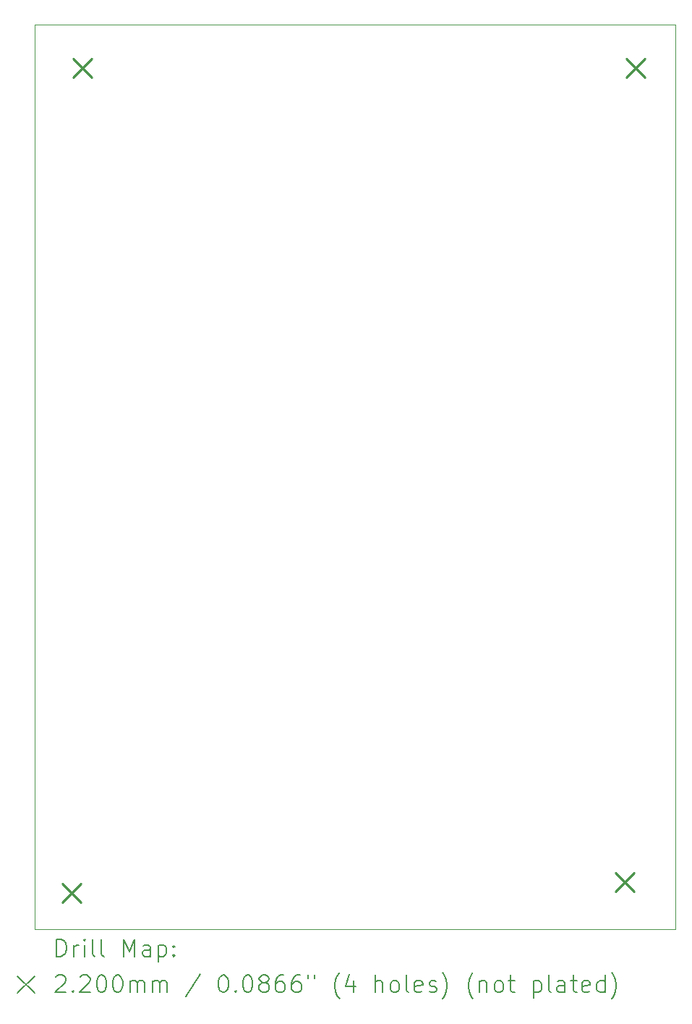
<source format=gbr>
%TF.GenerationSoftware,KiCad,Pcbnew,8.0.3*%
%TF.CreationDate,2025-07-28T20:13:37+02:00*%
%TF.ProjectId,DC_minni,44435f6d-696e-46e6-992e-6b696361645f,rev?*%
%TF.SameCoordinates,Original*%
%TF.FileFunction,Drillmap*%
%TF.FilePolarity,Positive*%
%FSLAX45Y45*%
G04 Gerber Fmt 4.5, Leading zero omitted, Abs format (unit mm)*
G04 Created by KiCad (PCBNEW 8.0.3) date 2025-07-28 20:13:37*
%MOMM*%
%LPD*%
G01*
G04 APERTURE LIST*
%ADD10C,0.038100*%
%ADD11C,0.200000*%
%ADD12C,0.220000*%
G04 APERTURE END LIST*
D10*
X27265000Y-7490000D02*
X19762500Y-7490000D01*
X27265000Y-18080000D02*
X27265000Y-7490000D01*
X19762500Y-18080000D02*
X27265000Y-18080000D01*
X19762500Y-7490000D02*
X19762500Y-18080000D01*
D11*
D12*
X20083000Y-17543000D02*
X20303000Y-17763000D01*
X20303000Y-17543000D02*
X20083000Y-17763000D01*
X20210000Y-7891000D02*
X20430000Y-8111000D01*
X20430000Y-7891000D02*
X20210000Y-8111000D01*
X26560000Y-17416000D02*
X26780000Y-17636000D01*
X26780000Y-17416000D02*
X26560000Y-17636000D01*
X26687000Y-7891000D02*
X26907000Y-8111000D01*
X26907000Y-7891000D02*
X26687000Y-8111000D01*
D11*
X20021372Y-18393389D02*
X20021372Y-18193389D01*
X20021372Y-18193389D02*
X20068991Y-18193389D01*
X20068991Y-18193389D02*
X20097562Y-18202913D01*
X20097562Y-18202913D02*
X20116610Y-18221960D01*
X20116610Y-18221960D02*
X20126134Y-18241008D01*
X20126134Y-18241008D02*
X20135658Y-18279103D01*
X20135658Y-18279103D02*
X20135658Y-18307675D01*
X20135658Y-18307675D02*
X20126134Y-18345770D01*
X20126134Y-18345770D02*
X20116610Y-18364817D01*
X20116610Y-18364817D02*
X20097562Y-18383865D01*
X20097562Y-18383865D02*
X20068991Y-18393389D01*
X20068991Y-18393389D02*
X20021372Y-18393389D01*
X20221372Y-18393389D02*
X20221372Y-18260055D01*
X20221372Y-18298151D02*
X20230896Y-18279103D01*
X20230896Y-18279103D02*
X20240419Y-18269579D01*
X20240419Y-18269579D02*
X20259467Y-18260055D01*
X20259467Y-18260055D02*
X20278515Y-18260055D01*
X20345181Y-18393389D02*
X20345181Y-18260055D01*
X20345181Y-18193389D02*
X20335658Y-18202913D01*
X20335658Y-18202913D02*
X20345181Y-18212436D01*
X20345181Y-18212436D02*
X20354705Y-18202913D01*
X20354705Y-18202913D02*
X20345181Y-18193389D01*
X20345181Y-18193389D02*
X20345181Y-18212436D01*
X20468991Y-18393389D02*
X20449943Y-18383865D01*
X20449943Y-18383865D02*
X20440419Y-18364817D01*
X20440419Y-18364817D02*
X20440419Y-18193389D01*
X20573753Y-18393389D02*
X20554705Y-18383865D01*
X20554705Y-18383865D02*
X20545181Y-18364817D01*
X20545181Y-18364817D02*
X20545181Y-18193389D01*
X20802324Y-18393389D02*
X20802324Y-18193389D01*
X20802324Y-18193389D02*
X20868991Y-18336246D01*
X20868991Y-18336246D02*
X20935658Y-18193389D01*
X20935658Y-18193389D02*
X20935658Y-18393389D01*
X21116610Y-18393389D02*
X21116610Y-18288627D01*
X21116610Y-18288627D02*
X21107086Y-18269579D01*
X21107086Y-18269579D02*
X21088039Y-18260055D01*
X21088039Y-18260055D02*
X21049943Y-18260055D01*
X21049943Y-18260055D02*
X21030896Y-18269579D01*
X21116610Y-18383865D02*
X21097562Y-18393389D01*
X21097562Y-18393389D02*
X21049943Y-18393389D01*
X21049943Y-18393389D02*
X21030896Y-18383865D01*
X21030896Y-18383865D02*
X21021372Y-18364817D01*
X21021372Y-18364817D02*
X21021372Y-18345770D01*
X21021372Y-18345770D02*
X21030896Y-18326722D01*
X21030896Y-18326722D02*
X21049943Y-18317198D01*
X21049943Y-18317198D02*
X21097562Y-18317198D01*
X21097562Y-18317198D02*
X21116610Y-18307675D01*
X21211848Y-18260055D02*
X21211848Y-18460055D01*
X21211848Y-18269579D02*
X21230896Y-18260055D01*
X21230896Y-18260055D02*
X21268991Y-18260055D01*
X21268991Y-18260055D02*
X21288039Y-18269579D01*
X21288039Y-18269579D02*
X21297562Y-18279103D01*
X21297562Y-18279103D02*
X21307086Y-18298151D01*
X21307086Y-18298151D02*
X21307086Y-18355294D01*
X21307086Y-18355294D02*
X21297562Y-18374341D01*
X21297562Y-18374341D02*
X21288039Y-18383865D01*
X21288039Y-18383865D02*
X21268991Y-18393389D01*
X21268991Y-18393389D02*
X21230896Y-18393389D01*
X21230896Y-18393389D02*
X21211848Y-18383865D01*
X21392800Y-18374341D02*
X21402324Y-18383865D01*
X21402324Y-18383865D02*
X21392800Y-18393389D01*
X21392800Y-18393389D02*
X21383277Y-18383865D01*
X21383277Y-18383865D02*
X21392800Y-18374341D01*
X21392800Y-18374341D02*
X21392800Y-18393389D01*
X21392800Y-18269579D02*
X21402324Y-18279103D01*
X21402324Y-18279103D02*
X21392800Y-18288627D01*
X21392800Y-18288627D02*
X21383277Y-18279103D01*
X21383277Y-18279103D02*
X21392800Y-18269579D01*
X21392800Y-18269579D02*
X21392800Y-18288627D01*
X19560595Y-18621905D02*
X19760595Y-18821905D01*
X19760595Y-18621905D02*
X19560595Y-18821905D01*
X20011848Y-18632436D02*
X20021372Y-18622913D01*
X20021372Y-18622913D02*
X20040419Y-18613389D01*
X20040419Y-18613389D02*
X20088039Y-18613389D01*
X20088039Y-18613389D02*
X20107086Y-18622913D01*
X20107086Y-18622913D02*
X20116610Y-18632436D01*
X20116610Y-18632436D02*
X20126134Y-18651484D01*
X20126134Y-18651484D02*
X20126134Y-18670532D01*
X20126134Y-18670532D02*
X20116610Y-18699103D01*
X20116610Y-18699103D02*
X20002324Y-18813389D01*
X20002324Y-18813389D02*
X20126134Y-18813389D01*
X20211848Y-18794341D02*
X20221372Y-18803865D01*
X20221372Y-18803865D02*
X20211848Y-18813389D01*
X20211848Y-18813389D02*
X20202324Y-18803865D01*
X20202324Y-18803865D02*
X20211848Y-18794341D01*
X20211848Y-18794341D02*
X20211848Y-18813389D01*
X20297562Y-18632436D02*
X20307086Y-18622913D01*
X20307086Y-18622913D02*
X20326134Y-18613389D01*
X20326134Y-18613389D02*
X20373753Y-18613389D01*
X20373753Y-18613389D02*
X20392800Y-18622913D01*
X20392800Y-18622913D02*
X20402324Y-18632436D01*
X20402324Y-18632436D02*
X20411848Y-18651484D01*
X20411848Y-18651484D02*
X20411848Y-18670532D01*
X20411848Y-18670532D02*
X20402324Y-18699103D01*
X20402324Y-18699103D02*
X20288039Y-18813389D01*
X20288039Y-18813389D02*
X20411848Y-18813389D01*
X20535658Y-18613389D02*
X20554705Y-18613389D01*
X20554705Y-18613389D02*
X20573753Y-18622913D01*
X20573753Y-18622913D02*
X20583277Y-18632436D01*
X20583277Y-18632436D02*
X20592800Y-18651484D01*
X20592800Y-18651484D02*
X20602324Y-18689579D01*
X20602324Y-18689579D02*
X20602324Y-18737198D01*
X20602324Y-18737198D02*
X20592800Y-18775294D01*
X20592800Y-18775294D02*
X20583277Y-18794341D01*
X20583277Y-18794341D02*
X20573753Y-18803865D01*
X20573753Y-18803865D02*
X20554705Y-18813389D01*
X20554705Y-18813389D02*
X20535658Y-18813389D01*
X20535658Y-18813389D02*
X20516610Y-18803865D01*
X20516610Y-18803865D02*
X20507086Y-18794341D01*
X20507086Y-18794341D02*
X20497562Y-18775294D01*
X20497562Y-18775294D02*
X20488039Y-18737198D01*
X20488039Y-18737198D02*
X20488039Y-18689579D01*
X20488039Y-18689579D02*
X20497562Y-18651484D01*
X20497562Y-18651484D02*
X20507086Y-18632436D01*
X20507086Y-18632436D02*
X20516610Y-18622913D01*
X20516610Y-18622913D02*
X20535658Y-18613389D01*
X20726134Y-18613389D02*
X20745181Y-18613389D01*
X20745181Y-18613389D02*
X20764229Y-18622913D01*
X20764229Y-18622913D02*
X20773753Y-18632436D01*
X20773753Y-18632436D02*
X20783277Y-18651484D01*
X20783277Y-18651484D02*
X20792800Y-18689579D01*
X20792800Y-18689579D02*
X20792800Y-18737198D01*
X20792800Y-18737198D02*
X20783277Y-18775294D01*
X20783277Y-18775294D02*
X20773753Y-18794341D01*
X20773753Y-18794341D02*
X20764229Y-18803865D01*
X20764229Y-18803865D02*
X20745181Y-18813389D01*
X20745181Y-18813389D02*
X20726134Y-18813389D01*
X20726134Y-18813389D02*
X20707086Y-18803865D01*
X20707086Y-18803865D02*
X20697562Y-18794341D01*
X20697562Y-18794341D02*
X20688039Y-18775294D01*
X20688039Y-18775294D02*
X20678515Y-18737198D01*
X20678515Y-18737198D02*
X20678515Y-18689579D01*
X20678515Y-18689579D02*
X20688039Y-18651484D01*
X20688039Y-18651484D02*
X20697562Y-18632436D01*
X20697562Y-18632436D02*
X20707086Y-18622913D01*
X20707086Y-18622913D02*
X20726134Y-18613389D01*
X20878515Y-18813389D02*
X20878515Y-18680055D01*
X20878515Y-18699103D02*
X20888039Y-18689579D01*
X20888039Y-18689579D02*
X20907086Y-18680055D01*
X20907086Y-18680055D02*
X20935658Y-18680055D01*
X20935658Y-18680055D02*
X20954705Y-18689579D01*
X20954705Y-18689579D02*
X20964229Y-18708627D01*
X20964229Y-18708627D02*
X20964229Y-18813389D01*
X20964229Y-18708627D02*
X20973753Y-18689579D01*
X20973753Y-18689579D02*
X20992800Y-18680055D01*
X20992800Y-18680055D02*
X21021372Y-18680055D01*
X21021372Y-18680055D02*
X21040420Y-18689579D01*
X21040420Y-18689579D02*
X21049943Y-18708627D01*
X21049943Y-18708627D02*
X21049943Y-18813389D01*
X21145181Y-18813389D02*
X21145181Y-18680055D01*
X21145181Y-18699103D02*
X21154705Y-18689579D01*
X21154705Y-18689579D02*
X21173753Y-18680055D01*
X21173753Y-18680055D02*
X21202324Y-18680055D01*
X21202324Y-18680055D02*
X21221372Y-18689579D01*
X21221372Y-18689579D02*
X21230896Y-18708627D01*
X21230896Y-18708627D02*
X21230896Y-18813389D01*
X21230896Y-18708627D02*
X21240420Y-18689579D01*
X21240420Y-18689579D02*
X21259467Y-18680055D01*
X21259467Y-18680055D02*
X21288039Y-18680055D01*
X21288039Y-18680055D02*
X21307086Y-18689579D01*
X21307086Y-18689579D02*
X21316610Y-18708627D01*
X21316610Y-18708627D02*
X21316610Y-18813389D01*
X21707086Y-18603865D02*
X21535658Y-18861008D01*
X21964229Y-18613389D02*
X21983277Y-18613389D01*
X21983277Y-18613389D02*
X22002324Y-18622913D01*
X22002324Y-18622913D02*
X22011848Y-18632436D01*
X22011848Y-18632436D02*
X22021372Y-18651484D01*
X22021372Y-18651484D02*
X22030896Y-18689579D01*
X22030896Y-18689579D02*
X22030896Y-18737198D01*
X22030896Y-18737198D02*
X22021372Y-18775294D01*
X22021372Y-18775294D02*
X22011848Y-18794341D01*
X22011848Y-18794341D02*
X22002324Y-18803865D01*
X22002324Y-18803865D02*
X21983277Y-18813389D01*
X21983277Y-18813389D02*
X21964229Y-18813389D01*
X21964229Y-18813389D02*
X21945182Y-18803865D01*
X21945182Y-18803865D02*
X21935658Y-18794341D01*
X21935658Y-18794341D02*
X21926134Y-18775294D01*
X21926134Y-18775294D02*
X21916610Y-18737198D01*
X21916610Y-18737198D02*
X21916610Y-18689579D01*
X21916610Y-18689579D02*
X21926134Y-18651484D01*
X21926134Y-18651484D02*
X21935658Y-18632436D01*
X21935658Y-18632436D02*
X21945182Y-18622913D01*
X21945182Y-18622913D02*
X21964229Y-18613389D01*
X22116610Y-18794341D02*
X22126134Y-18803865D01*
X22126134Y-18803865D02*
X22116610Y-18813389D01*
X22116610Y-18813389D02*
X22107086Y-18803865D01*
X22107086Y-18803865D02*
X22116610Y-18794341D01*
X22116610Y-18794341D02*
X22116610Y-18813389D01*
X22249943Y-18613389D02*
X22268991Y-18613389D01*
X22268991Y-18613389D02*
X22288039Y-18622913D01*
X22288039Y-18622913D02*
X22297563Y-18632436D01*
X22297563Y-18632436D02*
X22307086Y-18651484D01*
X22307086Y-18651484D02*
X22316610Y-18689579D01*
X22316610Y-18689579D02*
X22316610Y-18737198D01*
X22316610Y-18737198D02*
X22307086Y-18775294D01*
X22307086Y-18775294D02*
X22297563Y-18794341D01*
X22297563Y-18794341D02*
X22288039Y-18803865D01*
X22288039Y-18803865D02*
X22268991Y-18813389D01*
X22268991Y-18813389D02*
X22249943Y-18813389D01*
X22249943Y-18813389D02*
X22230896Y-18803865D01*
X22230896Y-18803865D02*
X22221372Y-18794341D01*
X22221372Y-18794341D02*
X22211848Y-18775294D01*
X22211848Y-18775294D02*
X22202324Y-18737198D01*
X22202324Y-18737198D02*
X22202324Y-18689579D01*
X22202324Y-18689579D02*
X22211848Y-18651484D01*
X22211848Y-18651484D02*
X22221372Y-18632436D01*
X22221372Y-18632436D02*
X22230896Y-18622913D01*
X22230896Y-18622913D02*
X22249943Y-18613389D01*
X22430896Y-18699103D02*
X22411848Y-18689579D01*
X22411848Y-18689579D02*
X22402324Y-18680055D01*
X22402324Y-18680055D02*
X22392801Y-18661008D01*
X22392801Y-18661008D02*
X22392801Y-18651484D01*
X22392801Y-18651484D02*
X22402324Y-18632436D01*
X22402324Y-18632436D02*
X22411848Y-18622913D01*
X22411848Y-18622913D02*
X22430896Y-18613389D01*
X22430896Y-18613389D02*
X22468991Y-18613389D01*
X22468991Y-18613389D02*
X22488039Y-18622913D01*
X22488039Y-18622913D02*
X22497562Y-18632436D01*
X22497562Y-18632436D02*
X22507086Y-18651484D01*
X22507086Y-18651484D02*
X22507086Y-18661008D01*
X22507086Y-18661008D02*
X22497562Y-18680055D01*
X22497562Y-18680055D02*
X22488039Y-18689579D01*
X22488039Y-18689579D02*
X22468991Y-18699103D01*
X22468991Y-18699103D02*
X22430896Y-18699103D01*
X22430896Y-18699103D02*
X22411848Y-18708627D01*
X22411848Y-18708627D02*
X22402324Y-18718151D01*
X22402324Y-18718151D02*
X22392801Y-18737198D01*
X22392801Y-18737198D02*
X22392801Y-18775294D01*
X22392801Y-18775294D02*
X22402324Y-18794341D01*
X22402324Y-18794341D02*
X22411848Y-18803865D01*
X22411848Y-18803865D02*
X22430896Y-18813389D01*
X22430896Y-18813389D02*
X22468991Y-18813389D01*
X22468991Y-18813389D02*
X22488039Y-18803865D01*
X22488039Y-18803865D02*
X22497562Y-18794341D01*
X22497562Y-18794341D02*
X22507086Y-18775294D01*
X22507086Y-18775294D02*
X22507086Y-18737198D01*
X22507086Y-18737198D02*
X22497562Y-18718151D01*
X22497562Y-18718151D02*
X22488039Y-18708627D01*
X22488039Y-18708627D02*
X22468991Y-18699103D01*
X22678515Y-18613389D02*
X22640420Y-18613389D01*
X22640420Y-18613389D02*
X22621372Y-18622913D01*
X22621372Y-18622913D02*
X22611848Y-18632436D01*
X22611848Y-18632436D02*
X22592801Y-18661008D01*
X22592801Y-18661008D02*
X22583277Y-18699103D01*
X22583277Y-18699103D02*
X22583277Y-18775294D01*
X22583277Y-18775294D02*
X22592801Y-18794341D01*
X22592801Y-18794341D02*
X22602324Y-18803865D01*
X22602324Y-18803865D02*
X22621372Y-18813389D01*
X22621372Y-18813389D02*
X22659467Y-18813389D01*
X22659467Y-18813389D02*
X22678515Y-18803865D01*
X22678515Y-18803865D02*
X22688039Y-18794341D01*
X22688039Y-18794341D02*
X22697562Y-18775294D01*
X22697562Y-18775294D02*
X22697562Y-18727675D01*
X22697562Y-18727675D02*
X22688039Y-18708627D01*
X22688039Y-18708627D02*
X22678515Y-18699103D01*
X22678515Y-18699103D02*
X22659467Y-18689579D01*
X22659467Y-18689579D02*
X22621372Y-18689579D01*
X22621372Y-18689579D02*
X22602324Y-18699103D01*
X22602324Y-18699103D02*
X22592801Y-18708627D01*
X22592801Y-18708627D02*
X22583277Y-18727675D01*
X22868991Y-18613389D02*
X22830896Y-18613389D01*
X22830896Y-18613389D02*
X22811848Y-18622913D01*
X22811848Y-18622913D02*
X22802324Y-18632436D01*
X22802324Y-18632436D02*
X22783277Y-18661008D01*
X22783277Y-18661008D02*
X22773753Y-18699103D01*
X22773753Y-18699103D02*
X22773753Y-18775294D01*
X22773753Y-18775294D02*
X22783277Y-18794341D01*
X22783277Y-18794341D02*
X22792801Y-18803865D01*
X22792801Y-18803865D02*
X22811848Y-18813389D01*
X22811848Y-18813389D02*
X22849943Y-18813389D01*
X22849943Y-18813389D02*
X22868991Y-18803865D01*
X22868991Y-18803865D02*
X22878515Y-18794341D01*
X22878515Y-18794341D02*
X22888039Y-18775294D01*
X22888039Y-18775294D02*
X22888039Y-18727675D01*
X22888039Y-18727675D02*
X22878515Y-18708627D01*
X22878515Y-18708627D02*
X22868991Y-18699103D01*
X22868991Y-18699103D02*
X22849943Y-18689579D01*
X22849943Y-18689579D02*
X22811848Y-18689579D01*
X22811848Y-18689579D02*
X22792801Y-18699103D01*
X22792801Y-18699103D02*
X22783277Y-18708627D01*
X22783277Y-18708627D02*
X22773753Y-18727675D01*
X22964229Y-18613389D02*
X22964229Y-18651484D01*
X23040420Y-18613389D02*
X23040420Y-18651484D01*
X23335658Y-18889579D02*
X23326134Y-18880055D01*
X23326134Y-18880055D02*
X23307086Y-18851484D01*
X23307086Y-18851484D02*
X23297563Y-18832436D01*
X23297563Y-18832436D02*
X23288039Y-18803865D01*
X23288039Y-18803865D02*
X23278515Y-18756246D01*
X23278515Y-18756246D02*
X23278515Y-18718151D01*
X23278515Y-18718151D02*
X23288039Y-18670532D01*
X23288039Y-18670532D02*
X23297563Y-18641960D01*
X23297563Y-18641960D02*
X23307086Y-18622913D01*
X23307086Y-18622913D02*
X23326134Y-18594341D01*
X23326134Y-18594341D02*
X23335658Y-18584817D01*
X23497563Y-18680055D02*
X23497563Y-18813389D01*
X23449943Y-18603865D02*
X23402324Y-18746722D01*
X23402324Y-18746722D02*
X23526134Y-18746722D01*
X23754705Y-18813389D02*
X23754705Y-18613389D01*
X23840420Y-18813389D02*
X23840420Y-18708627D01*
X23840420Y-18708627D02*
X23830896Y-18689579D01*
X23830896Y-18689579D02*
X23811848Y-18680055D01*
X23811848Y-18680055D02*
X23783277Y-18680055D01*
X23783277Y-18680055D02*
X23764229Y-18689579D01*
X23764229Y-18689579D02*
X23754705Y-18699103D01*
X23964229Y-18813389D02*
X23945182Y-18803865D01*
X23945182Y-18803865D02*
X23935658Y-18794341D01*
X23935658Y-18794341D02*
X23926134Y-18775294D01*
X23926134Y-18775294D02*
X23926134Y-18718151D01*
X23926134Y-18718151D02*
X23935658Y-18699103D01*
X23935658Y-18699103D02*
X23945182Y-18689579D01*
X23945182Y-18689579D02*
X23964229Y-18680055D01*
X23964229Y-18680055D02*
X23992801Y-18680055D01*
X23992801Y-18680055D02*
X24011848Y-18689579D01*
X24011848Y-18689579D02*
X24021372Y-18699103D01*
X24021372Y-18699103D02*
X24030896Y-18718151D01*
X24030896Y-18718151D02*
X24030896Y-18775294D01*
X24030896Y-18775294D02*
X24021372Y-18794341D01*
X24021372Y-18794341D02*
X24011848Y-18803865D01*
X24011848Y-18803865D02*
X23992801Y-18813389D01*
X23992801Y-18813389D02*
X23964229Y-18813389D01*
X24145182Y-18813389D02*
X24126134Y-18803865D01*
X24126134Y-18803865D02*
X24116610Y-18784817D01*
X24116610Y-18784817D02*
X24116610Y-18613389D01*
X24297563Y-18803865D02*
X24278515Y-18813389D01*
X24278515Y-18813389D02*
X24240420Y-18813389D01*
X24240420Y-18813389D02*
X24221372Y-18803865D01*
X24221372Y-18803865D02*
X24211848Y-18784817D01*
X24211848Y-18784817D02*
X24211848Y-18708627D01*
X24211848Y-18708627D02*
X24221372Y-18689579D01*
X24221372Y-18689579D02*
X24240420Y-18680055D01*
X24240420Y-18680055D02*
X24278515Y-18680055D01*
X24278515Y-18680055D02*
X24297563Y-18689579D01*
X24297563Y-18689579D02*
X24307086Y-18708627D01*
X24307086Y-18708627D02*
X24307086Y-18727675D01*
X24307086Y-18727675D02*
X24211848Y-18746722D01*
X24383277Y-18803865D02*
X24402325Y-18813389D01*
X24402325Y-18813389D02*
X24440420Y-18813389D01*
X24440420Y-18813389D02*
X24459467Y-18803865D01*
X24459467Y-18803865D02*
X24468991Y-18784817D01*
X24468991Y-18784817D02*
X24468991Y-18775294D01*
X24468991Y-18775294D02*
X24459467Y-18756246D01*
X24459467Y-18756246D02*
X24440420Y-18746722D01*
X24440420Y-18746722D02*
X24411848Y-18746722D01*
X24411848Y-18746722D02*
X24392801Y-18737198D01*
X24392801Y-18737198D02*
X24383277Y-18718151D01*
X24383277Y-18718151D02*
X24383277Y-18708627D01*
X24383277Y-18708627D02*
X24392801Y-18689579D01*
X24392801Y-18689579D02*
X24411848Y-18680055D01*
X24411848Y-18680055D02*
X24440420Y-18680055D01*
X24440420Y-18680055D02*
X24459467Y-18689579D01*
X24535658Y-18889579D02*
X24545182Y-18880055D01*
X24545182Y-18880055D02*
X24564229Y-18851484D01*
X24564229Y-18851484D02*
X24573753Y-18832436D01*
X24573753Y-18832436D02*
X24583277Y-18803865D01*
X24583277Y-18803865D02*
X24592801Y-18756246D01*
X24592801Y-18756246D02*
X24592801Y-18718151D01*
X24592801Y-18718151D02*
X24583277Y-18670532D01*
X24583277Y-18670532D02*
X24573753Y-18641960D01*
X24573753Y-18641960D02*
X24564229Y-18622913D01*
X24564229Y-18622913D02*
X24545182Y-18594341D01*
X24545182Y-18594341D02*
X24535658Y-18584817D01*
X24897563Y-18889579D02*
X24888039Y-18880055D01*
X24888039Y-18880055D02*
X24868991Y-18851484D01*
X24868991Y-18851484D02*
X24859467Y-18832436D01*
X24859467Y-18832436D02*
X24849944Y-18803865D01*
X24849944Y-18803865D02*
X24840420Y-18756246D01*
X24840420Y-18756246D02*
X24840420Y-18718151D01*
X24840420Y-18718151D02*
X24849944Y-18670532D01*
X24849944Y-18670532D02*
X24859467Y-18641960D01*
X24859467Y-18641960D02*
X24868991Y-18622913D01*
X24868991Y-18622913D02*
X24888039Y-18594341D01*
X24888039Y-18594341D02*
X24897563Y-18584817D01*
X24973753Y-18680055D02*
X24973753Y-18813389D01*
X24973753Y-18699103D02*
X24983277Y-18689579D01*
X24983277Y-18689579D02*
X25002325Y-18680055D01*
X25002325Y-18680055D02*
X25030896Y-18680055D01*
X25030896Y-18680055D02*
X25049944Y-18689579D01*
X25049944Y-18689579D02*
X25059467Y-18708627D01*
X25059467Y-18708627D02*
X25059467Y-18813389D01*
X25183277Y-18813389D02*
X25164229Y-18803865D01*
X25164229Y-18803865D02*
X25154706Y-18794341D01*
X25154706Y-18794341D02*
X25145182Y-18775294D01*
X25145182Y-18775294D02*
X25145182Y-18718151D01*
X25145182Y-18718151D02*
X25154706Y-18699103D01*
X25154706Y-18699103D02*
X25164229Y-18689579D01*
X25164229Y-18689579D02*
X25183277Y-18680055D01*
X25183277Y-18680055D02*
X25211848Y-18680055D01*
X25211848Y-18680055D02*
X25230896Y-18689579D01*
X25230896Y-18689579D02*
X25240420Y-18699103D01*
X25240420Y-18699103D02*
X25249944Y-18718151D01*
X25249944Y-18718151D02*
X25249944Y-18775294D01*
X25249944Y-18775294D02*
X25240420Y-18794341D01*
X25240420Y-18794341D02*
X25230896Y-18803865D01*
X25230896Y-18803865D02*
X25211848Y-18813389D01*
X25211848Y-18813389D02*
X25183277Y-18813389D01*
X25307087Y-18680055D02*
X25383277Y-18680055D01*
X25335658Y-18613389D02*
X25335658Y-18784817D01*
X25335658Y-18784817D02*
X25345182Y-18803865D01*
X25345182Y-18803865D02*
X25364229Y-18813389D01*
X25364229Y-18813389D02*
X25383277Y-18813389D01*
X25602325Y-18680055D02*
X25602325Y-18880055D01*
X25602325Y-18689579D02*
X25621372Y-18680055D01*
X25621372Y-18680055D02*
X25659468Y-18680055D01*
X25659468Y-18680055D02*
X25678515Y-18689579D01*
X25678515Y-18689579D02*
X25688039Y-18699103D01*
X25688039Y-18699103D02*
X25697563Y-18718151D01*
X25697563Y-18718151D02*
X25697563Y-18775294D01*
X25697563Y-18775294D02*
X25688039Y-18794341D01*
X25688039Y-18794341D02*
X25678515Y-18803865D01*
X25678515Y-18803865D02*
X25659468Y-18813389D01*
X25659468Y-18813389D02*
X25621372Y-18813389D01*
X25621372Y-18813389D02*
X25602325Y-18803865D01*
X25811848Y-18813389D02*
X25792801Y-18803865D01*
X25792801Y-18803865D02*
X25783277Y-18784817D01*
X25783277Y-18784817D02*
X25783277Y-18613389D01*
X25973753Y-18813389D02*
X25973753Y-18708627D01*
X25973753Y-18708627D02*
X25964229Y-18689579D01*
X25964229Y-18689579D02*
X25945182Y-18680055D01*
X25945182Y-18680055D02*
X25907087Y-18680055D01*
X25907087Y-18680055D02*
X25888039Y-18689579D01*
X25973753Y-18803865D02*
X25954706Y-18813389D01*
X25954706Y-18813389D02*
X25907087Y-18813389D01*
X25907087Y-18813389D02*
X25888039Y-18803865D01*
X25888039Y-18803865D02*
X25878515Y-18784817D01*
X25878515Y-18784817D02*
X25878515Y-18765770D01*
X25878515Y-18765770D02*
X25888039Y-18746722D01*
X25888039Y-18746722D02*
X25907087Y-18737198D01*
X25907087Y-18737198D02*
X25954706Y-18737198D01*
X25954706Y-18737198D02*
X25973753Y-18727675D01*
X26040420Y-18680055D02*
X26116610Y-18680055D01*
X26068991Y-18613389D02*
X26068991Y-18784817D01*
X26068991Y-18784817D02*
X26078515Y-18803865D01*
X26078515Y-18803865D02*
X26097563Y-18813389D01*
X26097563Y-18813389D02*
X26116610Y-18813389D01*
X26259468Y-18803865D02*
X26240420Y-18813389D01*
X26240420Y-18813389D02*
X26202325Y-18813389D01*
X26202325Y-18813389D02*
X26183277Y-18803865D01*
X26183277Y-18803865D02*
X26173753Y-18784817D01*
X26173753Y-18784817D02*
X26173753Y-18708627D01*
X26173753Y-18708627D02*
X26183277Y-18689579D01*
X26183277Y-18689579D02*
X26202325Y-18680055D01*
X26202325Y-18680055D02*
X26240420Y-18680055D01*
X26240420Y-18680055D02*
X26259468Y-18689579D01*
X26259468Y-18689579D02*
X26268991Y-18708627D01*
X26268991Y-18708627D02*
X26268991Y-18727675D01*
X26268991Y-18727675D02*
X26173753Y-18746722D01*
X26440420Y-18813389D02*
X26440420Y-18613389D01*
X26440420Y-18803865D02*
X26421372Y-18813389D01*
X26421372Y-18813389D02*
X26383277Y-18813389D01*
X26383277Y-18813389D02*
X26364229Y-18803865D01*
X26364229Y-18803865D02*
X26354706Y-18794341D01*
X26354706Y-18794341D02*
X26345182Y-18775294D01*
X26345182Y-18775294D02*
X26345182Y-18718151D01*
X26345182Y-18718151D02*
X26354706Y-18699103D01*
X26354706Y-18699103D02*
X26364229Y-18689579D01*
X26364229Y-18689579D02*
X26383277Y-18680055D01*
X26383277Y-18680055D02*
X26421372Y-18680055D01*
X26421372Y-18680055D02*
X26440420Y-18689579D01*
X26516610Y-18889579D02*
X26526134Y-18880055D01*
X26526134Y-18880055D02*
X26545182Y-18851484D01*
X26545182Y-18851484D02*
X26554706Y-18832436D01*
X26554706Y-18832436D02*
X26564229Y-18803865D01*
X26564229Y-18803865D02*
X26573753Y-18756246D01*
X26573753Y-18756246D02*
X26573753Y-18718151D01*
X26573753Y-18718151D02*
X26564229Y-18670532D01*
X26564229Y-18670532D02*
X26554706Y-18641960D01*
X26554706Y-18641960D02*
X26545182Y-18622913D01*
X26545182Y-18622913D02*
X26526134Y-18594341D01*
X26526134Y-18594341D02*
X26516610Y-18584817D01*
M02*

</source>
